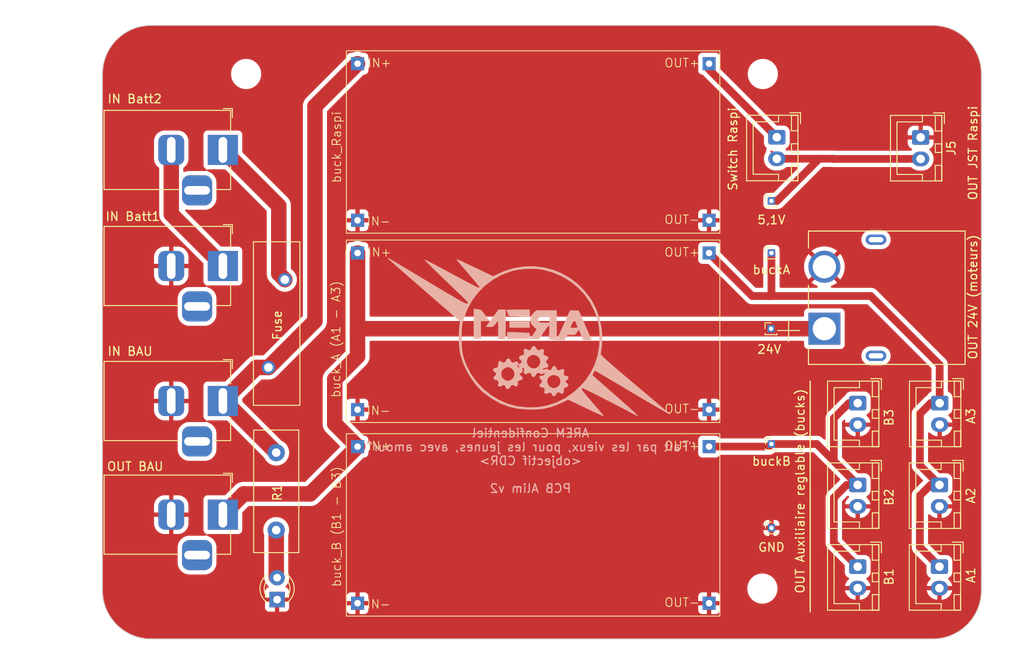
<source format=kicad_pcb>
(kicad_pcb (version 20240108) (generator "pcbnew") (generator_version "8.0")
  (title_block (title "Carte d'alimentation 2024") (date "2024-02-08") (rev "Cyril, Eliott") (company "AREM"))
  (layers (0 "F.Cu" signal) (31 "B.Cu" signal) (34 "B.Paste" user) (35 "F.Paste" user) (36 "B.SilkS" user "B.Silkscreen") (37 "F.SilkS" user "F.Silkscreen") (38 "B.Mask" user) (39 "F.Mask" user) (44 "Edge.Cuts" user))
  (net 0 "")
  (net 1 "GND")
  (net 2 "Net-(D1-A)")
  (net 3 "Net-(J1-Pin_1)")
  (net 4 "Net-(J8-Pin_1)")
  (net 5 "Net-(J1-Pin_2)")
  (net 6 "Net-(J4-Pin_1)")
  (net 7 "Net-(J10-Pin_1)")
  (net 8 "Net-(J20-Pin_1)")
  (net 9 "Net-(J16-Pin_1)")
  (net 10 "Net-(J13-Pin_1)")
  (footprint "Connector_JST:JST_XH_B2B-XH-A_1x02_P2.50mm_Vertical" (layer "F.Cu") (at 231.275 116.25 -90)
    (property "Reference" "J14" (hide yes))
    (property "Value" "Conn_JST_XH_2_pins" (hide yes))
    (pad "1" thru_hole roundrect (at 0 0 270) (size 1.7 2) (drill 1) (layers "*.Cu" "*.Mask") (roundrect_rratio 0.147059) (net 7 "Net-(J10-Pin_1)"))
    (pad "2" thru_hole oval (at 2.5 0 270) (size 1.7 2) (drill 1) (layers "*.Cu" "*.Mask") (net 1 "GND"))
  )
  (footprint "Connector_BarrelJack:BarrelJack_Horizontal" (layer "F.Cu") (at 157.5 97)
    (property "Reference" "J8" (hide yes))
    (property "Value" "Conn_01x02_Pin" (hide yes))
    (pad "1" thru_hole rect (at 0 0) (size 3.5 3.5) (drill oval 1 3) (layers "*.Cu" "*.Mask") (net 4 "Net-(J8-Pin_1)"))
    (pad "2" thru_hole roundrect (at -6 0) (size 3 3.5) (drill oval 1 3) (layers "*.Cu" "*.Mask") (net 1 "GND"))
    (pad "3" thru_hole roundrect (at -3 4.7) (size 3.5 3.5) (drill oval 3 1) (layers "*.Cu" "*.Mask"))
  )
  (footprint "lib5v:HW_411" (layer "F.Cu") (at 193.75 122)
    (property "Reference" "U2" (hide yes))
    (property "Value" "~" (hide yes))
    (fp_text user "IN-" (at -19.6 -0.8 0) (layer "F.SilkS") (effects (font (thickness 0.1)) (justify left bottom)))
    (fp_text user "IN+" (at -19.5 -19.2 0) (layer "F.SilkS") (effects (font (thickness 0.1)) (justify left bottom)))
    (fp_text user "OUT+" (at 15 -19.2 0) (layer "F.SilkS") (effects (font (thickness 0.1)) (justify left bottom)))
    (fp_text user "buck_B (B1 - B3)" (at -22.450499 -3.329499 90) (layer "F.SilkS") (effects (font (thickness 0.1)) (justify left bottom)))
    (fp_text user "OUT-" (at 15 -1 0) (layer "F.SilkS") (effects (font (thickness 0.1)) (justify left bottom)))
    (pad "1" thru_hole rect (at -20.6 -19.7) (size 1.524 1.524) (drill 0.762) (layers "*.Cu" "*.Mask") (net 10 "Net-(J13-Pin_1)"))
    (pad "2" thru_hole rect (at -20.6 -1.5) (size 1.524 1.524) (drill 0.762) (layers "*.Cu" "*.Mask") (net 1 "GND"))
    (pad "3" thru_hole rect (at 20.25 -19.7) (size 1.524 1.524) (drill 0.762) (layers "*.Cu" "*.Mask") (net 7 "Net-(J10-Pin_1)"))
    (pad "4" thru_hole rect (at 20.25 -1.5) (size 1.524 1.524) (drill 0.762) (layers "*.Cu" "*.Mask") (net 1 "GND"))
  )
  (footprint "Connector_JST:JST_XH_B2B-XH-A_1x02_P2.50mm_Vertical" (layer "F.Cu") (at 240.8 97.25 -90)
    (property "Reference" "J18" (hide yes))
    (property "Value" "Conn_JST_XH_2_pins" (hide yes))
    (pad "1" thru_hole roundrect (at 0 0 270) (size 1.7 2) (drill 1) (layers "*.Cu" "*.Mask") (roundrect_rratio 0.147059) (net 9 "Net-(J16-Pin_1)"))
    (pad "2" thru_hole oval (at 2.5 0 270) (size 1.7 2) (drill 1) (layers "*.Cu" "*.Mask") (net 1 "GND"))
  )
  (footprint "Connector_PinHeader_1.00mm:PinHeader_1x01_P1.00mm_Vertical" (layer "F.Cu") (at 221.25 79.8)
    (property "Reference" "buckA" (at 0 1.95 0) (layer "F.SilkS"))
    (property "Value" "Conn_01x01" (hide yes))
    (pad "1" thru_hole rect (at 0 0) (size 0.85 0.85) (drill 0.5) (layers "*.Cu" "*.Mask") (net 9 "Net-(J16-Pin_1)"))
  )
  (footprint "Connector_PinHeader_1.00mm:PinHeader_1x01_P1.00mm_Vertical" (layer "F.Cu") (at 221.25 73.75)
    (property "Reference" "5,1V" (at 0 2.2 0) (layer "F.SilkS"))
    (property "Value" "Conn_01x01" (hide yes))
    (pad "1" thru_hole rect (at 0 0) (size 0.85 0.85) (drill 0.5) (layers "*.Cu" "*.Mask") (net 8 "Net-(J20-Pin_1)"))
  )
  (footprint "Connector_PinHeader_1.00mm:PinHeader_1x01_P1.00mm_Vertical" (layer "F.Cu") (at 221.25 102)
    (property "Reference" "buckB" (at 0 2 0) (layer "F.SilkS"))
    (property "Value" "Conn_01x01" (hide yes))
    (pad "1" thru_hole rect (at 0 0) (size 0.85 0.85) (drill 0.5) (layers "*.Cu" "*.Mask") (net 7 "Net-(J10-Pin_1)"))
  )
  (footprint "Resistor_THT:R_Box_L14.0mm_W5.0mm_P9.00mm" (layer "F.Cu") (at 163.7 103 -90)
    (property "Reference" "R1" (at 4.646 -0.132 90) (layer "F.SilkS"))
    (property "Value" "R" (hide yes))
    (pad "1" thru_hole circle (at 0 0 270) (size 2 2) (drill 1) (layers "*.Cu" "*.Mask") (net 4 "Net-(J8-Pin_1)"))
    (pad "2" thru_hole circle (at 9 0 270) (size 2 2) (drill 1) (layers "*.Cu" "*.Mask") (net 2 "Net-(D1-A)"))
  )
  (footprint "Connector_BarrelJack:BarrelJack_Horizontal" (layer "F.Cu") (at 157.5 110.208)
    (property "Reference" "J13" (hide yes))
    (property "Value" "Conn_01x02_Pin" (hide yes))
    (pad "1" thru_hole rect (at 0 0) (size 3.5 3.5) (drill oval 1 3) (layers "*.Cu" "*.Mask") (net 10 "Net-(J13-Pin_1)"))
    (pad "2" thru_hole roundrect (at -6 0) (size 3 3.5) (drill oval 1 3) (layers "*.Cu" "*.Mask") (net 1 "GND"))
    (pad "3" thru_hole roundrect (at -3 4.7) (size 3.5 3.5) (drill oval 3 1) (layers "*.Cu" "*.Mask"))
  )
  (footprint "MountingHole:MountingHole_3mm" (layer "F.Cu") (at 220.2 118.8)
    (property "Reference" "H1" (hide yes))
    (property "Value" "MountingHole" (hide yes))
    (pad "" np_thru_hole circle (at 0 0) (size 3 3) (drill 3) (layers "*.Cu" "*.Mask"))
  )
  (footprint "lib5v:AMASS_XT60PW-M" (layer "F.Cu") (at 233.4 85 -90)
    (property "Reference" "J6" (hide yes))
    (property "Value" "Conn_01x02_Pin" (hide yes))
    (pad "1" thru_hole rect (at 3.6 6 270) (size 3.716 3.716) (drill 2.7) (layers "*.Cu" "*.Mask") (net 10 "Net-(J13-Pin_1)"))
    (pad "2" thru_hole circle (at -3.6 6 270) (size 3.716 3.716) (drill 2.7) (layers "*.Cu" "*.Mask") (net 1 "GND"))
    (pad "S1" thru_hole oval (at 6.75 0 270) (size 1.2 2.4) (drill oval 0.6 1.7) (layers "*.Cu" "*.Mask"))
    (pad "S2" thru_hole oval (at -6.75 0 270) (size 1.2 2.4) (drill oval 0.6 1.7) (layers "*.Cu" "*.Mask"))
  )
  (footprint "Fuse:Fuse_BelFuse_0ZRE0100FF_L18.7mm_W5.1mm" (layer "F.Cu") (at 164.7 82.9 -90)
    (property "Reference" "F1" (hide yes))
    (property "Value" "Fuse" (hide yes))
    (pad "1" thru_hole circle (at 0 0 270) (size 1.56 1.56) (drill 1.01) (layers "*.Cu" "*.Mask") (net 3 "Net-(J1-Pin_1)"))
    (pad "2" thru_hole circle (at 10.2 1.9 270) (size 1.56 1.56) (drill 1.01) (layers "*.Cu" "*.Mask") (net 4 "Net-(J8-Pin_1)"))
  )
  (footprint "Connector_JST:JST_XH_B2B-XH-A_1x02_P2.50mm_Vertical" (layer "F.Cu") (at 231.275 106.75 -90)
    (property "Reference" "J12" (hide yes))
    (property "Value" "Conn_JST_XH_2_pins" (hide yes))
    (pad "1" thru_hole roundrect (at 0 0 270) (size 1.7 2) (drill 1) (layers "*.Cu" "*.Mask") (roundrect_rratio 0.147059) (net 7 "Net-(J10-Pin_1)"))
    (pad "2" thru_hole oval (at 2.5 0 270) (size 1.7 2) (drill 1) (layers "*.Cu" "*.Mask") (net 1 "GND"))
  )
  (footprint "Connector_JST:JST_XH_B2B-XH-A_1x02_P2.50mm_Vertical" (layer "F.Cu") (at 240.775 116.25 -90)
    (property "Reference" "J16" (hide yes))
    (property "Value" "Conn_JST_XH_2_pins" (hide yes))
    (pad "1" thru_hole roundrect (at 0 0 270) (size 1.7 2) (drill 1) (layers "*.Cu" "*.Mask") (roundrect_rratio 0.147059) (net 9 "Net-(J16-Pin_1)"))
    (pad "2" thru_hole oval (at 2.5 0 270) (size 1.7 2) (drill 1) (layers "*.Cu" "*.Mask") (net 1 "GND"))
  )
  (footprint "Connector_PinHeader_1.00mm:PinHeader_1x01_P1.00mm_Vertical" (layer "F.Cu") (at 221.2 88.6)
    (property "Reference" "24V" (at -0.2 2.4 0) (layer "F.SilkS"))
    (property "Value" "Conn_01x01" (hide yes))
    (pad "1" thru_hole rect (at 0 0) (size 0.85 0.85) (drill 0.5) (layers "*.Cu" "*.Mask") (net 10 "Net-(J13-Pin_1)"))
  )
  (footprint "lib5v:HW_411" (layer "F.Cu") (at 193.75 99.5)
    (property "Reference" "U3" (hide yes))
    (property "Value" "~" (hide yes))
    (fp_text user "IN-" (at -19.6 -0.8 0) (layer "F.SilkS") (effects (font (thickness 0.1)) (justify left bottom)))
    (fp_text user "IN+" (at -19.5 -19.2 0) (layer "F.SilkS") (effects (font (thickness 0.1)) (justify left bottom)))
    (fp_text user "OUT-" (at 15 -1 0) (layer "F.SilkS") (effects (font (thickness 0.1)) (justify left bottom)))
    (fp_text user "OUT+" (at 15 -19.2 0) (layer "F.SilkS") (effects (font (thickness 0.1)) (justify left bottom)))
    (fp_text user "buck_A (A1 - A3)" (at -22.524785 -2.823785 90) (layer "F.SilkS") (effects (font (thickness 0.1)) (justify left bottom)))
    (pad "1" thru_hole rect (at -20.6 -19.7) (size 1.524 1.524) (drill 0.762) (layers "*.Cu" "*.Mask") (net 10 "Net-(J13-Pin_1)"))
    (pad "2" thru_hole rect (at -20.6 -1.5) (size 1.524 1.524) (drill 0.762) (layers "*.Cu" "*.Mask") (net 1 "GND"))
    (pad "3" thru_hole rect (at 20.25 -19.7) (size 1.524 1.524) (drill 0.762) (layers "*.Cu" "*.Mask") (net 9 "Net-(J16-Pin_1)"))
    (pad "4" thru_hole rect (at 20.25 -1.5) (size 1.524 1.524) (drill 0.762) (layers "*.Cu" "*.Mask") (net 1 "GND"))
  )
  (footprint "LED_THT:LED_D3.0mm" (layer "F.Cu") (at 163.8 120.075 90)
    (property "Reference" "D1" (hide yes))
    (property "Value" "LED")
    (pad "1" thru_hole rect (at 0 0 90) (size 1.8 1.8) (drill 0.9) (layers "*.Cu" "*.Mask") (net 1 "GND"))
    (pad "2" thru_hole circle (at 2.54 0 90) (size 1.8 1.8) (drill 0.9) (layers "*.Cu" "*.Mask") (net 2 "Net-(D1-A)"))
  )
  (footprint "Connector_BarrelJack:BarrelJack_Horizontal" (layer "F.Cu") (at 157.5 81.3105)
    (property "Reference" "J11" (hide yes))
    (property "Value" "Conn_Jack" (hide yes))
    (pad "1" thru_hole rect (at 0 0) (size 3.5 3.5) (drill oval 1 3) (layers "*.Cu" "*.Mask") (net 5 "Net-(J1-Pin_2)"))
    (pad "2" thru_hole roundrect (at -6 0) (size 3 3.5) (drill oval 1 3) (layers "*.Cu" "*.Mask") (net 1 "GND"))
    (pad "3" thru_hole roundrect (at -3 4.7) (size 3.5 3.5) (drill oval 3 1) (layers "*.Cu" "*.Mask"))
  )
  (footprint "Connector_JST:JST_XH_B2B-XH-A_1x02_P2.50mm_Vertical" (layer "F.Cu") (at 231.275 97.25 -90)
    (property "Reference" "J3" (hide yes))
    (property "Value" "Conn_JST_XH_2_pins" (hide yes))
    (pad "1" thru_hole roundrect (at 0 0 270) (size 1.7 2) (drill 1) (layers "*.Cu" "*.Mask") (roundrect_rratio 0.147059) (net 7 "Net-(J10-Pin_1)"))
    (pad "2" thru_hole oval (at 2.5 0 270) (size 1.7 2) (drill 1) (layers "*.Cu" "*.Mask") (net 1 "GND"))
  )
  (footprint "Connector_JST:JST_XH_B2B-XH-A_1x02_P2.50mm_Vertical" (layer "F.Cu") (at 221.875 66.35 -90)
    (property "Reference" "J4" (hide yes))
    (property "Value" "Conn_JST_XH_2_pins" (hide yes))
    (pad "1" thru_hole roundrect (at 0 0 270) (size 1.7 2) (drill 1) (layers "*.Cu" "*.Mask") (roundrect_rratio 0.147059) (net 6 "Net-(J4-Pin_1)"))
    (pad "2" thru_hole oval (at 2.5 0 270) (size 1.7 2) (drill 1) (layers "*.Cu" "*.Mask") (net 8 "Net-(J20-Pin_1)"))
  )
  (footprint "lib5v:HW_411" (layer "F.Cu") (at 193.75 77.5)
    (property "Reference" "U1" (hide yes))
    (property "Value" "~" (hide yes))
    (fp_text user "OUT-" (at 15 -1 0) (layer "F.SilkS") (effects (font (thickness 0.1)) (justify left bottom)))
    (fp_text user "IN-" (at -19.6 -0.8 0) (layer "F.SilkS") (effects (font (thickness 0.1)) (justify left bottom)))
    (fp_text user "IN+" (at -19.5 -19.2 0) (layer "F.SilkS") (effects (font (thickness 0.1)) (justify left bottom)))
    (fp_text user "buck_Raspi" (at -22.443833 -5.772833 90) (layer "F.SilkS") (effects (font (thickness 0.1)) (justify left bottom)))
    (fp_text user "OUT+" (at 15 -19.2 0) (layer "F.SilkS") (effects (font (thickness 0.1)) (justify left bottom)))
    (pad "1" thru_hole rect (at -20.6 -19.7) (size 1.524 1.524) (drill 0.762) (layers "*.Cu" "*.Mask") (net 4 "Net-(J8-Pin_1)"))
    (pad "2" thru_hole rect (at -20.6 -1.5) (size 1.524 1.524) (drill 0.762) (layers "*.Cu" "*.Mask") (net 1 "GND"))
    (pad "3" thru_hole rect (at 20.25 -19.7) (size 1.524 1.524) (drill 0.762) (layers "*.Cu" "*.Mask") (net 6 "Net-(J4-Pin_1)"))
    (pad "4" thru_hole rect (at 20.25 -1.5) (size 1.524 1.524) (drill 0.762) (layers "*.Cu" "*.Mask") (net 1 "GND"))
  )
  (footprint "Connector_JST:JST_XH_B2B-XH-A_1x02_P2.50mm_Vertical" (layer "F.Cu") (at 238.59 66.37 -90)
    (property "Reference" "J5" (at 1.25 -3.55 90) (layer "F.SilkS"))
    (property "Value" "Conn_JST_XH_2_pins" (hide yes))
    (pad "1" thru_hole roundrect (at 0 0 270) (size 1.7 2) (drill 1) (layers "*.Cu" "*.Mask") (roundrect_rratio 0.147059) (net 1 "GND"))
    (pad "2" thru_hole oval (at 2.5 0 270) (size 1.7 2) (drill 1) (layers "*.Cu" "*.Mask") (net 8 "Net-(J20-Pin_1)"))
  )
  (footprint "Connector_JST:JST_XH_B2B-XH-A_1x02_P2.50mm_Vertical" (layer "F.Cu") (at 240.775 106.75 -90)
    (property "Reference" "J17" (hide yes))
    (property "Value" "Conn_JST_XH_2_pins" (hide yes))
    (pad "1" thru_hole roundrect (at 0 0 270) (size 1.7 2) (drill 1) (layers "*.Cu" "*.Mask") (roundrect_rratio 0.147059) (net 9 "Net-(J16-Pin_1)"))
    (pad "2" thru_hole oval (at 2.5 0 270) (size 1.7 2) (drill 1) (layers "*.Cu" "*.Mask") (net 1 "GND"))
  )
  (footprint "MountingHole:MountingHole_3mm" (layer "F.Cu") (at 220.25 59)
    (property "Reference" "H3" (hide yes))
    (property "Value" "MountingHole" (hide yes))
    (pad "" np_thru_hole circle (at 0 0) (size 3 3) (drill 3) (layers "*.Cu" "*.Mask"))
  )
  (footprint "Connector_BarrelJack:BarrelJack_Horizontal" (layer "F.Cu") (at 157.5 67.8245)
    (property "Reference" "J1" (hide yes))
    (property "Value" "Conn_Jack" (hide yes))
    (pad "1" thru_hole rect (at 0 0) (size 3.5 3.5) (drill oval 1 3) (layers "*.Cu" "*.Mask") (net 3 "Net-(J1-Pin_1)"))
    (pad "2" thru_hole roundrect (at -6 0) (size 3 3.5) (drill oval 1 3) (layers "*.Cu" "*.Mask") (net 5 "Net-(J1-Pin_2)"))
    (pad "3" thru_hole roundrect (at -3 4.7) (size 3.5 3.5) (drill oval 3 1) (layers "*.Cu" "*.Mask"))
  )
  (footprint "Connector_PinHeader_1.00mm:PinHeader_1x01_P1.00mm_Vertical" (layer "F.Cu") (at 221.25 111.75)
    (property "Reference" "GND" (at 0 2.25 0) (layer "F.SilkS"))
    (property "Value" "Conn_01x01" (hide yes))
    (pad "1" thru_hole rect (at 0 0) (size 0.85 0.85) (drill 0.5) (layers "*.Cu" "*.Mask") (net 1 "GND"))
  )
  (footprint "MountingHole:MountingHole_3mm" (layer "F.Cu") (at 160.2 59)
    (property "Reference" "H2" (hide yes))
    (property "Value" "MountingHole" (hide yes))
    (pad "" np_thru_hole circle (at 0 0) (size 3 3) (drill 3) (layers "*.Cu" "*.Mask"))
  )
  (footprint "LOGO" (layer "B.Cu") (at 193.25 89.25 180)
    (property "Reference" "G***" (hide yes))
    (property "Value" "LOGO" (hide yes))
  )
  (gr_line (start 225.75 121.5) (end 225.75 94.69) (stroke (width 0.15)) (layer "F.SilkS"))
  (gr_arc (start 149.156854 124.656854) (mid 145.156854 123) (end 143.5 119) (stroke (width 0.1)) (layer "Edge.Cuts"))
  (gr_arc (start 240 53.343146) (mid 244 55) (end 245.656854 59) (stroke (width 0.1)) (layer "Edge.Cuts"))
  (gr_line (start 143.5 119) (end 143.5 59) (stroke (width 0.1)) (layer "Edge.Cuts"))
  (gr_arc (start 245.656854 119) (mid 244 123) (end 240 124.656854) (stroke (width 0.1)) (layer "Edge.Cuts"))
  (gr_line (start 245.656854 59) (end 245.656854 119) (stroke (width 0.1)) (layer "Edge.Cuts"))
  (gr_arc (start 143.5 59) (mid 145.156854 55) (end 149.156854 53.343146) (stroke (width 0.1)) (layer "Edge.Cuts"))
  (gr_line (start 149.156854 124.656854) (end 240 124.656854) (stroke (width 0.1)) (layer "Edge.Cuts"))
  (gr_line (start 240 53.343146) (end 149.156854 53.343146) (stroke (width 0.1)) (layer "Edge.Cuts"))
  (gr_text "AREM Confidentiel\n{dblquote}Fait par les vieux, pour les jeunes, avec amour{dblquote}\n<objectif CDR>\n\nPCB Alim v2" (at 193.25 107.75 0) (layer "B.SilkS") (effects (font (size 1 1)) (justify bottom mirror)))
  (gr_text "Switch Raspi" (at 217.345798 72.642298 90) (layer "F.SilkS") (effects (font (size 1 1)) (justify left bottom)))
  (gr_text "A3" (at 245 99.75 90) (layer "F.SilkS") (effects (font (size 1 1)) (justify left bottom)))
  (gr_text "OUT BAU" (at 143.951345 105.194845 0) (layer "F.SilkS") (effects (font (size 1 1)) (justify left bottom)))
  (gr_text "B2" (at 235.5 109.25 90) (layer "F.SilkS") (effects (font (size 1 1)) (justify left bottom)))
  (gr_text "OUT 24V (moteurs)\n" (at 245.25 92.25 90) (layer "F.SilkS") (effects (font (size 1 1)) (justify left bottom)))
  (gr_text "B1\n" (at 235.5 118.5 90) (layer "F.SilkS") (effects (font (size 1 1)) (justify left bottom)))
  (gr_text "Fuse\n" (at 164.415702 90.0082 90) (layer "F.SilkS") (effects (font (size 1 1)) (justify left bottom)))
  (gr_text "A2" (at 245 109 90) (layer "F.SilkS") (effects (font (size 1 1)) (justify left bottom)))
  (gr_text "IN BAU" (at 144.018012 91.811512 0) (layer "F.SilkS") (effects (font (size 1 1)) (justify left bottom)))
  (gr_text "IN Batt1" (at 143.790393 76.143891 0) (layer "F.SilkS") (effects (font (size 1 1)) (justify left bottom)))
  (gr_text "OUT Auxiliaire reglable (bucks)" (at 225.17 119.45 90) (layer "F.SilkS") (effects (font (size 1 1)) (justify left bottom)))
  (gr_text "A1" (at 245 118.25 90) (layer "F.SilkS") (effects (font (size 1 1)) (justify left bottom)))
  (gr_text "OUT JST Raspi" (at 245.25 73.75 90) (layer "F.SilkS") (effects (font (size 1 1)) (justify left bottom)))
  (gr_text "B3\n" (at 235.5 100 90) (layer "F.SilkS") (effects (font (size 1 1)) (justify left bottom)))
  (gr_text "IN Batt2" (at 144.01 62.48 0) (layer "F.SilkS") (effects (font (size 1 1)) (justify left bottom)))
  (segment (start 163.7 117.435) (end 163.8 117.535) (width 0.25) (layer "F.Cu") (net 2))
  (segment (start 163.7 112) (end 163.7 117.435) (width 1.8) (layer "F.Cu") (net 2))
  (segment (start 157.5 67.8245) (end 164 74.3245) (width 1.8) (layer "F.Cu") (net 3))
  (segment (start 164 74.3245) (end 164 82.2) (width 1.8) (layer "F.Cu") (net 3))
  (segment (start 164.5575 83.0425) (end 164.7 82.9) (width 0.25) (layer "F.Cu") (net 3))
  (segment (start 164 82.2) (end 164.7 82.9) (width 1.8) (layer "F.Cu") (net 3))
  (segment (start 162.8 93.1) (end 168.2 87.7) (width 1.8) (layer "F.Cu") (net 4))
  (segment (start 157.5 97) (end 157.7 97) (width 1.8) (layer "F.Cu") (net 4))
  (segment (start 161.4 93.1) (end 157.5 97) (width 1.8) (layer "F.Cu") (net 4))
  (segment (start 157.7 97) (end 163.7 103) (width 1.8) (layer "F.Cu") (net 4))
  (segment (start 168.2 87.7) (end 168.2 62.75) (width 1.8) (layer "F.Cu") (net 4))
  (segment (start 162.8 93.1) (end 161.4 93.1) (width 1.8) (layer "F.Cu") (net 4))
  (segment (start 168.2 62.75) (end 173.15 57.8) (width 1.8) (layer "F.Cu") (net 4))
  (segment (start 157.5 81.3105) (end 157.236 81.3105) (width 0.25) (layer "F.Cu") (net 5))
  (segment (start 151.5 75.2745) (end 151.5 67.8245) (width 1.8) (layer "F.Cu") (net 5))
  (segment (start 157.5 81.2745) (end 151.5 75.2745) (width 1.8) (layer "F.Cu") (net 5))
  (segment (start 157.5 81.3105) (end 157.5 81.2745) (width 1.8) (layer "F.Cu") (net 5))
  (segment (start 214 57.8) (end 214 58.475) (width 0.9) (layer "F.Cu") (net 6))
  (segment (start 214 58.475) (end 221.875 66.35) (width 0.9) (layer "F.Cu") (net 6))
  (segment (start 228.5 113.475) (end 228.5 108.25) (width 0.9) (layer "F.Cu") (net 7))
  (segment (start 226.525 102) (end 231.275 106.75) (width 0.9) (layer "F.Cu") (net 7))
  (segment (start 231.275 116.25) (end 228.5 113.475) (width 0.9) (layer "F.Cu") (net 7))
  (segment (start 228.5 99) (end 230.25 97.25) (width 0.9) (layer "F.Cu") (net 7))
  (segment (start 230.25 97.25) (end 231.275 97.25) (width 0.9) (layer "F.Cu") (net 7))
  (segment (start 230 106.75) (end 231.275 106.75) (width 0.9) (layer "F.Cu") (net 7))
  (segment (start 220.95 102.3) (end 221.25 102) (width 0.9) (layer "F.Cu") (net 7))
  (segment (start 214 102.3) (end 220.95 102.3) (width 0.9) (layer "F.Cu") (net 7))
  (segment (start 228.5 108.25) (end 230 106.75) (width 0.9) (layer "F.Cu") (net 7))
  (segment (start 231.275 106.75) (end 228.5 103.975) (width 0.9) (layer "F.Cu") (net 7))
  (segment (start 221.25 102) (end 226.525 102) (width 0.9) (layer "F.Cu") (net 7))
  (segment (start 228.5 103.975) (end 228.5 99) (width 0.9) (layer "F.Cu") (net 7))
  (segment (start 221.35 68.1) (end 221.25 68) (width 0.25) (layer "F.Cu") (net 8))
  (segment (start 221.25 73.75) (end 221.9 73.75) (width 0.9) (layer "F.Cu") (net 8))
  (segment (start 221.9 73.75) (end 226.8 68.85) (width 0.9) (layer "F.Cu") (net 8))
  (segment (start 226.8 68.85) (end 228.4225 68.85) (width 0.9) (layer "F.Cu") (net 8))
  (segment (start 221.875 68.85) (end 226.8 68.85) (width 0.9) (layer "F.Cu") (net 8))
  (segment (start 228.4225 68.85) (end 228.4425 68.87) (width 0.9) (layer "F.Cu") (net 8))
  (segment (start 228.4425 68.87) (end 238.59 68.87) (width 0.9) (layer "F.Cu") (net 8))
  (segment (start 221.25 79.8) (end 221.25 84.55) (width 0.9) (layer "F.Cu") (net 9))
  (segment (start 219 84.8) (end 221 84.8) (width 0.9) (layer "F.Cu") (net 9))
  (segment (start 239.75 106.75) (end 240.775 106.75) (width 0.9) (layer "F.Cu") (net 9))
  (segment (start 232.8 84.8) (end 240.8 92.8) (width 0.9) (layer "F.Cu") (net 9))
  (segment (start 221 84.8) (end 232.8 84.8) (width 0.9) (layer "F.Cu") (net 9))
  (segment (start 221.25 84.55) (end 221 84.8) (width 0.9) (layer "F.Cu") (net 9))
  (segment (start 240.8 92.8) (end 240.8 97.25) (width 0.9) (layer "F.Cu") (net 9))
  (segment (start 240.775 116.25) (end 238.5 113.975) (width 0.9) (layer "F.Cu") (net 9))
  (segment (start 238.5 108) (end 239.75 106.75) (width 0.9) (layer "F.Cu") (net 9))
  (segment (start 239.75 97.25) (end 240.8 97.25) (width 0.9) (layer "F.Cu") (net 9))
  (segment (start 214 79.8) (end 219 84.8) (width 0.9) (layer "F.Cu") (net 9))
  (segment (start 238.5 98.5) (end 239.75 97.25) (width 0.9) (layer "F.Cu") (net 9))
  (segment (start 238.5 113.975) (end 238.5 108) (width 0.9) (layer "F.Cu") (net 9))
  (segment (start 238.5 104.475) (end 238.5 98.5) (width 0.9) (layer "F.Cu") (net 9))
  (segment (start 240.775 106.75) (end 238.5 104.475) (width 0.9) (layer "F.Cu") (net 9))
  (segment (start 173.31 88.6) (end 173.15 88.76) (width 1.8) (layer "F.Cu") (net 10))
  (segment (start 170.5 94.47) (end 173.15 91.82) (width 1.8) (layer "F.Cu") (net 10))
  (segment (start 167.65 107.8) (end 159.908 107.8) (width 1.8) (layer "F.Cu") (net 10))
  (segment (start 170.5 99.65) (end 170.5 94.47) (width 1.8) (layer "F.Cu") (net 10))
  (segment (start 221.2 88.6) (end 227.4 88.6) (width 1.8) (layer "F.Cu") (net 10))
  (segment (start 159.908 107.8) (end 157.5 110.208) (width 1.8) (layer "F.Cu") (net 10))
  (segment (start 221.2 88.6) (end 173.31 88.6) (width 1.8) (layer "F.Cu") (net 10))
  (segment (start 173.15 91.82) (end 173.15 88.76) (width 1.8) (layer "F.Cu") (net 10))
  (segment (start 173.15 102.3) (end 167.65 107.8) (width 1.8) (layer "F.Cu") (net 10))
  (segment (start 173.15 88.76) (end 173.15 79.8) (width 1.8) (layer "F.Cu") (net 10))
  (segment (start 173.15 102.3) (end 170.5 99.65) (width 1.8) (layer "F.Cu") (net 10))
  (zone (net 1) (net_name "GND") (layer "F.Cu") (connect_pads (clearance 0.5)) (min_thickness 0.25) (fill yes (thermal_gap 0.5) (thermal_bridge_width 0.5))
    (polygon (pts (xy 131.6 50.8) (xy 250.6 50.8) (xy 250.6 127) (xy 134.2 127) (xy 131.6 124.4) (xy 131.6 51.2) (xy 132.4 50.4) (xy 132 50.4)))
  )
)
</source>
